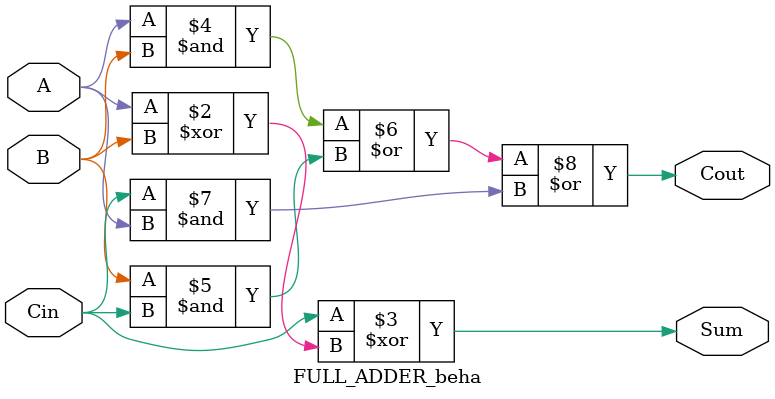
<source format=v>
`timescale 1ns / 1ps


module FULL_ADDER_beha(Sum,Cout,A,B,Cin);
    input A,B,Cin;
    output reg Sum,Cout;
    
    always @(A,B,Cin) begin
        Sum = Cin ^ (A ^ B);
        Cout = A&B | B&Cin | Cin&A;
    end
endmodule

</source>
